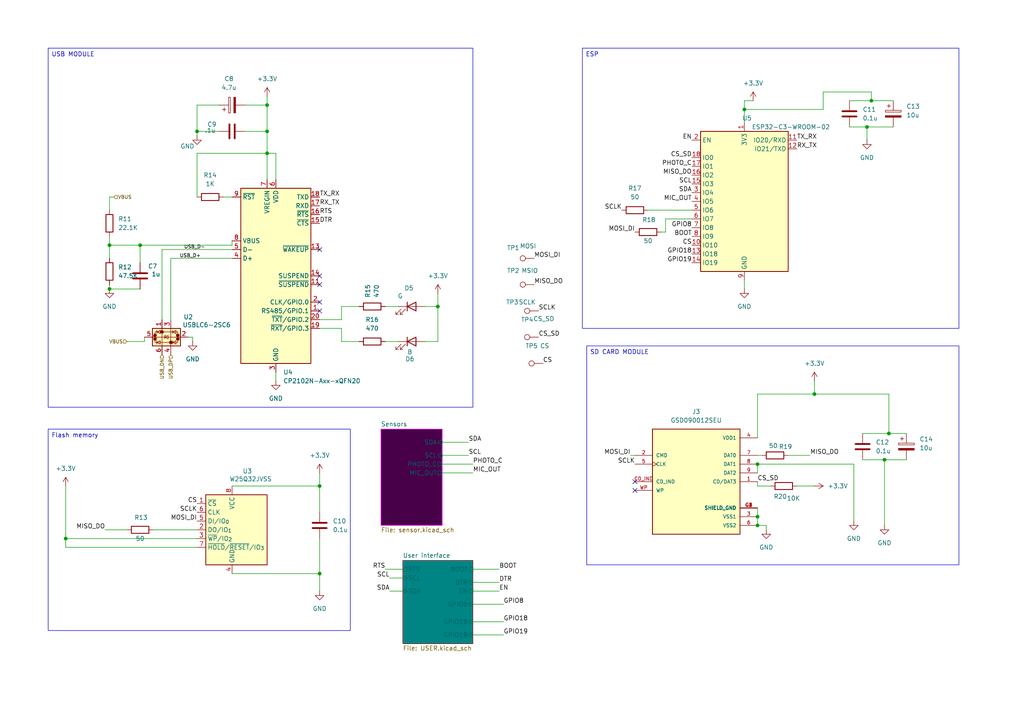
<source format=kicad_sch>
(kicad_sch (version 20250114) (generator "eeschema") (generator_version "9.0")
  (paper "A4")
  (lib_symbols
    (symbol "Connector:TestPoint" (pin_numbers (hide yes)) (pin_names (offset 0.762) (hide yes))
      (property "Reference" "TP" (at 0 6.858 0))
      (property "Value" "TestPoint" (at 0 5.08 0))
      (symbol "TestPoint_0_1"
        (circle (center 0 3.302) (radius 0.762))
      )
      (symbol "TestPoint_1_1"
        (pin passive line (at 0 0 90) (length 2.54) (name "1") (number "1"))
      )
    )
    (symbol "Device:C" (pin_numbers (hide yes)) (pin_names (offset 0.254))
      (property "Reference" "C" (at 0.635 2.54 0))
      (property "Value" "C" (at 0.635 -2.54 0))
      (symbol "C_0_1"
        (polyline (pts (xy -2.032 0.762) (xy 2.032 0.762)) (stroke (width 0.508)))
        (polyline (pts (xy -2.032 -0.762) (xy 2.032 -0.762)) (stroke (width 0.508)))
      )
      (symbol "C_1_1"
        (pin passive line (at 0 3.81 270) (length 2.794) (name "~") (number "1"))
        (pin passive line (at 0 -3.81 90) (length 2.794) (name "~") (number "2"))
      )
    )
    (symbol "Device:C_Polarized" (pin_numbers (hide yes)) (pin_names (offset 0.254))
      (property "Reference" "C" (at 0.635 2.54 0))
      (property "Value" "C_Polarized" (at 0.635 -2.54 0))
      (symbol "C_Polarized_0_1"
        (rectangle (start -2.286 0.508) (end 2.286 1.016))
        (polyline (pts (xy -1.778 2.286) (xy -0.762 2.286)))
        (polyline (pts (xy -1.27 2.794) (xy -1.27 1.778)))
        (rectangle (start 2.286 -0.508) (end -2.286 -1.016) (fill (type outline)))
      )
      (symbol "C_Polarized_1_1"
        (pin passive line (at 0 3.81 270) (length 2.794) (name "~") (number "1"))
        (pin passive line (at 0 -3.81 90) (length 2.794) (name "~") (number "2"))
      )
    )
    (symbol "Device:LED" (pin_numbers (hide yes)) (pin_names (offset 1.016) (hide yes))
      (property "Reference" "D" (at 0 2.54 0))
      (property "Value" "LED" (at 0 -2.54 0))
      (symbol "LED_0_1"
        (polyline (pts (xy -3.048 -0.762) (xy -4.572 -2.286) (xy -3.81 -2.286) (xy -4.572 -2.286) (xy -4.572 -1.524)))
        (polyline (pts (xy -1.778 -0.762) (xy -3.302 -2.286) (xy -2.54 -2.286) (xy -3.302 -2.286) (xy -3.302 -1.524)))
        (polyline (pts (xy -1.27 0) (xy 1.27 0)))
        (polyline (pts (xy -1.27 -1.27) (xy -1.27 1.27)) (stroke (width 0.254)))
        (polyline (pts (xy 1.27 -1.27) (xy 1.27 1.27) (xy -1.27 0) (xy 1.27 -1.27)) (stroke (width 0.254)))
      )
      (symbol "LED_1_1"
        (pin passive line (at -3.81 0 0) (length 2.54) (name "K") (number "1"))
        (pin passive line (at 3.81 0 180) (length 2.54) (name "A") (number "2"))
      )
    )
    (symbol "Device:R" (pin_numbers (hide yes)) (pin_names (offset 0))
      (property "Reference" "R" (at 2.032 0 90))
      (property "Value" "R" (at 0 0 90))
      (symbol "R_0_1"
        (rectangle (start -1.016 -2.54) (end 1.016 2.54) (stroke (width 0.254)))
      )
      (symbol "R_1_1"
        (pin passive line (at 0 3.81 270) (length 1.27) (name "~") (number "1"))
        (pin passive line (at 0 -3.81 90) (length 1.27) (name "~") (number "2"))
      )
    )
    (symbol "GSD090012SEU:GSD090012SEU" (pin_names (offset 1.016))
      (property "Reference" "J" (at -12.7 16.002 0))
      (property "Value" "GSD090012SEU" (at -12.7 -17.78 0))
      (symbol "GSD090012SEU_0_0"
        (rectangle (start -12.7 -15.24) (end 12.7 15.24) (stroke (width 0.254)) (fill (type background)))
        (pin bidirectional line (at -17.78 7.62 0) (length 5.08) (name "CMD") (number "2"))
        (pin bidirectional clock (at -17.78 5.08 0) (length 5.08) (name "CLK") (number "5"))
        (pin passive line (at -17.78 0 0) (length 5.08) (name "CD_IND") (number "CD_IND"))
        (pin passive line (at -17.78 -2.54 0) (length 5.08) (name "WP") (number "WP"))
        (pin power_in line (at 17.78 12.7 180) (length 5.08) (name "VDD1") (number "4"))
        (pin bidirectional line (at 17.78 7.62 180) (length 5.08) (name "DAT0") (number "7"))
        (pin bidirectional line (at 17.78 5.08 180) (length 5.08) (name "DAT1") (number "8"))
        (pin bidirectional line (at 17.78 2.54 180) (length 5.08) (name "DAT2") (number "9"))
        (pin bidirectional line (at 17.78 0 180) (length 5.08) (name "CD/DAT3") (number "1"))
        (pin power_in line (at 17.78 -7.62 180) (length 5.08) (name "SHIELD_GND") (number "G1"))
        (pin power_in line (at 17.78 -7.62 180) (length 5.08) (name "SHIELD_GND") (number "G2"))
        (pin power_in line (at 17.78 -7.62 180) (length 5.08) (name "SHIELD_GND") (number "G3"))
        (pin power_in line (at 17.78 -7.62 180) (length 5.08) (name "SHIELD_GND") (number "G4"))
        (pin power_in line (at 17.78 -10.16 180) (length 5.08) (name "VSS1") (number "3"))
        (pin power_in line (at 17.78 -12.7 180) (length 5.08) (name "VSS2") (number "6"))
      )
    )
    (symbol "Interface_USB:CP2102N-Axx-xQFN20"
      (property "Reference" "U" (at -8.89 26.67 0))
      (property "Value" "CP2102N-Axx-xQFN20" (at 12.7 26.67 0))
      (symbol "CP2102N-Axx-xQFN20_0_1"
        (rectangle (start -10.16 25.4) (end 10.16 -25.4) (stroke (width 0.254)) (fill (type background)))
      )
      (symbol "CP2102N-Axx-xQFN20_1_1"
        (pin input line (at -12.7 22.86 0) (length 2.54) (name "~{RST}") (number "9"))
        (pin input line (at -12.7 10.16 0) (length 2.54) (name "VBUS") (number "8"))
        (pin bidirectional line (at -12.7 7.62 0) (length 2.54) (name "D-") (number "5"))
        (pin bidirectional line (at -12.7 5.08 0) (length 2.54) (name "D+") (number "4"))
        (pin no_connect line (at -10.16 -22.86 0) (length 2.54) (hide yes) (name "NC") (number "10"))
        (pin power_in line (at -2.54 27.94 270) (length 2.54) (name "VREGIN") (number "7"))
        (pin power_in line (at 0 27.94 270) (length 2.54) (name "VDD") (number "6"))
        (pin passive line (at 0 -27.94 90) (length 2.54) (hide yes) (name "GND") (number "12"))
        (pin passive line (at 0 -27.94 90) (length 2.54) (hide yes) (name "GND") (number "21"))
        (pin power_in line (at 0 -27.94 90) (length 2.54) (name "GND") (number "3"))
        (pin output line (at 12.7 22.86 180) (length 2.54) (name "TXD") (number "18"))
        (pin input line (at 12.7 20.32 180) (length 2.54) (name "RXD") (number "17"))
        (pin output line (at 12.7 17.78 180) (length 2.54) (name "~{RTS}") (number "16"))
        (pin input line (at 12.7 15.24 180) (length 2.54) (name "~{CTS}") (number "15"))
        (pin input line (at 12.7 7.62 180) (length 2.54) (name "~{WAKEUP}") (number "13"))
        (pin output line (at 12.7 0 180) (length 2.54) (name "SUSPEND") (number "14"))
        (pin output line (at 12.7 -2.54 180) (length 2.54) (name "~{SUSPEND}") (number "11"))
        (pin bidirectional line (at 12.7 -7.62 180) (length 2.54) (name "CLK/GPIO.0") (number "2"))
        (pin bidirectional line (at 12.7 -10.16 180) (length 2.54) (name "RS485/GPIO.1") (number "1"))
        (pin bidirectional line (at 12.7 -12.7 180) (length 2.54) (name "~{TXT}/GPIO.2") (number "20"))
        (pin bidirectional line (at 12.7 -15.24 180) (length 2.54) (name "~{RXT}/GPIO.3") (number "19"))
      )
    )
    (symbol "Memory_Flash:W25Q32JVSS"
      (property "Reference" "U" (at -6.35 11.43 0))
      (property "Value" "W25Q32JVSS" (at 7.62 11.43 0))
      (symbol "W25Q32JVSS_0_1"
        (rectangle (start -7.62 10.16) (end 10.16 -10.16) (stroke (width 0.254)) (fill (type background)))
      )
      (symbol "W25Q32JVSS_1_1"
        (pin input line (at -10.16 7.62 0) (length 2.54) (name "~{CS}") (number "1"))
        (pin input line (at -10.16 5.08 0) (length 2.54) (name "CLK") (number "6"))
        (pin bidirectional line (at -10.16 2.54 0) (length 2.54) (name "DI/IO_{0}") (number "5"))
        (pin bidirectional line (at -10.16 0 0) (length 2.54) (name "DO/IO_{1}") (number "2"))
        (pin bidirectional line (at -10.16 -2.54 0) (length 2.54) (name "~{WP}/IO_{2}") (number "3"))
        (pin bidirectional line (at -10.16 -5.08 0) (length 2.54) (name "~{HOLD}/~{RESET}/IO_{3}") (number "7"))
        (pin power_in line (at 0 12.7 270) (length 2.54) (name "VCC") (number "8"))
        (pin power_in line (at 0 -12.7 90) (length 2.54) (name "GND") (number "4"))
      )
    )
    (symbol "Power_Protection:USBLC6-2SC6" (pin_names (hide yes))
      (property "Reference" "U" (at 0.635 5.715 0))
      (property "Value" "USBLC6-2SC6" (at 0.635 3.81 0))
      (symbol "USBLC6-2SC6_0_0"
        (circle (center -1.524 0) (radius 0.0001) (stroke (width 0.508)))
        (circle (center -0.508 2.032) (radius 0.0001) (stroke (width 0.508)))
        (circle (center -0.508 -4.572) (radius 0.0001) (stroke (width 0.508)))
        (circle (center 0.508 2.032) (radius 0.0001) (stroke (width 0.508)))
        (circle (center 0.508 -4.572) (radius 0.0001) (stroke (width 0.508)))
        (circle (center 1.524 -2.54) (radius 0.0001) (stroke (width 0.508)))
      )
      (symbol "USBLC6-2SC6_0_1"
        (polyline (pts (xy -2.54 0) (xy 2.54 0)))
        (polyline (pts (xy -2.54 -2.54) (xy 2.54 -2.54)))
        (polyline (pts (xy -2.032 0.508) (xy -1.016 0.508) (xy -1.524 1.524) (xy -2.032 0.508)))
        (polyline (pts (xy -2.032 -3.048) (xy -1.016 -3.048)))
        (polyline (pts (xy -1.016 1.524) (xy -2.032 1.524)))
        (polyline (pts (xy -1.016 -4.064) (xy -2.032 -4.064) (xy -1.524 -3.048) (xy -1.016 -4.064)))
        (polyline (pts (xy -0.508 -1.143) (xy -0.508 -0.762) (xy 0.508 -0.762)))
        (polyline (pts (xy 0 2.54) (xy -0.508 2.032) (xy 0.508 2.032) (xy 0 1.524) (xy 0 -4.064) (xy -0.508 -4.572) (xy 0.508 -4.572) (xy 0 -5.08)))
        (polyline (pts (xy 0.508 -1.778) (xy -0.508 -1.778) (xy 0 -0.762) (xy 0.508 -1.778)))
        (polyline (pts (xy 1.016 1.524) (xy 2.032 1.524)))
        (polyline (pts (xy 1.016 -3.048) (xy 2.032 -3.048)))
        (polyline (pts (xy 2.032 0.508) (xy 1.016 0.508) (xy 1.524 1.524) (xy 2.032 0.508)))
        (polyline (pts (xy 2.032 -4.064) (xy 1.016 -4.064) (xy 1.524 -3.048) (xy 2.032 -4.064)))
      )
      (symbol "USBLC6-2SC6_1_1"
        (rectangle (start -2.54 2.794) (end 2.54 -5.334) (stroke (width 0.254)) (fill (type background)))
        (polyline (pts (xy -0.508 2.032) (xy -1.524 2.032) (xy -1.524 -4.572) (xy -0.508 -4.572)))
        (polyline (pts (xy 0.508 -4.572) (xy 1.524 -4.572) (xy 1.524 2.032) (xy 0.508 2.032)))
        (pin passive line (at -5.08 0 0) (length 2.54) (name "I/O1") (number "1"))
        (pin passive line (at -5.08 -2.54 0) (length 2.54) (name "I/O2") (number "3"))
        (pin passive line (at 0 5.08 270) (length 2.54) (name "VBUS") (number "5"))
        (pin passive line (at 0 -7.62 90) (length 2.54) (name "GND") (number "2"))
        (pin passive line (at 5.08 0 180) (length 2.54) (name "I/O1") (number "6"))
        (pin passive line (at 5.08 -2.54 180) (length 2.54) (name "I/O2") (number "4"))
      )
    )
    (symbol "RF_Module:ESP32-C3-WROOM-02"
      (property "Reference" "U" (at -12.192 21.336 0))
      (property "Value" "ESP32-C3-WROOM-02" (at 12.192 21.336 0))
      (symbol "ESP32-C3-WROOM-02_1_1"
        (rectangle (start -12.7 20.32) (end 12.7 -20.32) (stroke (width 0.254)) (fill (type background)))
        (pin input line (at -15.24 17.78 0) (length 2.54) (name "EN") (number "2"))
        (pin bidirectional line (at -15.24 12.7 0) (length 2.54) (name "IO0") (number "18"))
        (pin bidirectional line (at -15.24 10.16 0) (length 2.54) (name "IO1") (number "17"))
        (pin bidirectional line (at -15.24 7.62 0) (length 2.54) (name "IO2") (number "16"))
        (pin bidirectional line (at -15.24 5.08 0) (length 2.54) (name "IO3") (number "15"))
        (pin bidirectional line (at -15.24 2.54 0) (length 2.54) (name "IO4") (number "3"))
        (pin bidirectional line (at -15.24 0 0) (length 2.54) (name "IO5") (number "4"))
        (pin bidirectional line (at -15.24 -2.54 0) (length 2.54) (name "IO6") (number "5"))
        (pin bidirectional line (at -15.24 -5.08 0) (length 2.54) (name "IO7") (number "6"))
        (pin bidirectional line (at -15.24 -7.62 0) (length 2.54) (name "IO8") (number "7"))
        (pin bidirectional line (at -15.24 -10.16 0) (length 2.54) (name "IO9") (number "8"))
        (pin bidirectional line (at -15.24 -12.7 0) (length 2.54) (name "IO10") (number "10"))
        (pin bidirectional line (at -15.24 -15.24 0) (length 2.54) (name "IO18") (number "13"))
        (pin bidirectional line (at -15.24 -17.78 0) (length 2.54) (name "IO19") (number "14"))
        (pin power_in line (at 0 22.86 270) (length 2.54) (name "3V3") (number "1"))
        (pin passive line (at 0 -22.86 90) (length 2.54) (hide yes) (name "GND") (number "19"))
        (pin power_in line (at 0 -22.86 90) (length 2.54) (name "GND") (number "9"))
        (pin bidirectional line (at 15.24 17.78 180) (length 2.54) (name "IO20/RXD") (number "11"))
        (pin bidirectional line (at 15.24 15.24 180) (length 2.54) (name "IO21/TXD") (number "12"))
      )
    )
    (symbol "power:+3.3V" (power) (pin_numbers (hide yes)) (pin_names (offset 0) (hide yes))
      (property "Value" "+3.3V" (at 0 3.556 0))
      (symbol "+3.3V_0_1"
        (polyline (pts (xy -0.762 1.27) (xy 0 2.54)))
        (polyline (pts (xy 0 2.54) (xy 0.762 1.27)))
        (polyline (pts (xy 0 0) (xy 0 2.54)))
      )
      (symbol "+3.3V_1_1"
        (pin power_in line (at 0 0 90) (length 0) (name "~") (number "1"))
      )
    )
    (symbol "power:GND" (power) (pin_numbers (hide yes)) (pin_names (offset 0) (hide yes))
      (property "Value" "GND" (at 0 -3.81 0))
      (symbol "GND_0_1"
        (polyline (pts (xy 0 0) (xy 0 -1.27) (xy 1.27 -1.27) (xy 0 -2.54) (xy -1.27 -1.27) (xy 0 -1.27)))
      )
      (symbol "GND_1_1"
        (pin power_in line (at 0 0 270) (length 0) (name "~") (number "1"))
      )
    )
  )
  (text_box "SD CARD MODULE" (at 170.18 100.33 0) (size 107.95 63.5) (margins 0.9525 0.9525 0.9525 0.9525) (effects (font (size 1.27 1.27)) (justify left top)))
  (text_box "ESP" (at 168.91 13.97 0) (size 109.22 81.28) (margins 0.9525 0.9525 0.9525 0.9525) (effects (font (size 1.27 1.27)) (justify left top)))
  (text_box "Flash memory" (at 13.97 124.46 0) (size 87.63 58.42) (margins 0.9525 0.9525 0.9525 0.9525) (effects (font (size 1.27 1.27)) (justify left top)))
  (text_box "USB MODULE" (at 13.97 13.97 0) (size 123.19 104.14) (margins 0.9525 0.9525 0.9525 0.9525) (effects (font (size 1.27 1.27)) (justify left top)))
  (junction (at 40.64 71.12))
  (junction (at 31.75 71.12))
  (junction (at 256.54 133.35))
  (junction (at 92.71 140.97))
  (junction (at 31.75 83.82))
  (junction (at 236.22 114.3))
  (junction (at 251.46 36.83))
  (junction (at 19.05 156.21))
  (junction (at 219.71 134.62))
  (junction (at 92.71 166.37))
  (junction (at 252.73 29.21))
  (junction (at 219.71 152.4))
  (junction (at 219.71 149.86))
  (junction (at 77.47 44.45))
  (junction (at 127 88.9))
  (junction (at 77.47 30.48))
  (junction (at 257.81 125.73))
  (junction (at 77.47 38.1))
  (junction (at 215.9 31.75))
  (junction (at 57.15 38.1))
  (no_connect (at 92.71 90.17))
  (no_connect (at 92.71 80.01))
  (no_connect (at 92.71 87.63))
  (no_connect (at 184.15 139.7))
  (no_connect (at 92.71 82.55))
  (no_connect (at 92.71 72.39))
  (no_connect (at 184.15 142.24))
  (wire (pts (xy 71.12 30.48) (xy 77.47 30.48)))
  (wire (pts (xy 57.15 38.1) (xy 57.15 39.37)))
  (wire (pts (xy 67.31 166.37) (xy 92.71 166.37)))
  (wire (pts (xy 99.06 92.71) (xy 99.06 88.9)))
  (wire (pts (xy 116.84 167.64) (xy 113.03 167.64)))
  (wire (pts (xy 92.71 166.37) (xy 92.71 171.45)))
  (wire (pts (xy 57.15 30.48) (xy 57.15 38.1)))
  (wire (pts (xy 80.01 44.45) (xy 77.47 44.45)))
  (wire (pts (xy 77.47 44.45) (xy 77.47 52.07)))
  (wire (pts (xy 80.01 52.07) (xy 80.01 44.45)))
  (wire (pts (xy 46.99 92.71) (xy 46.99 72.39)))
  (wire (pts (xy 222.25 153.67) (xy 222.25 152.4)))
  (wire (pts (xy 215.9 31.75) (xy 215.9 29.21)))
  (wire (pts (xy 252.73 26.67) (xy 252.73 29.21)))
  (wire (pts (xy 111.76 88.9) (xy 115.57 88.9)))
  (wire (pts (xy 193.04 67.31) (xy 193.04 63.5)))
  (wire (pts (xy 111.76 99.06) (xy 115.57 99.06)))
  (wire (pts (xy 57.15 57.15) (xy 57.15 44.45)))
  (wire (pts (xy 31.75 71.12) (xy 40.64 71.12)))
  (wire (pts (xy 187.96 60.96) (xy 200.66 60.96)))
  (wire (pts (xy 137.16 175.26) (xy 146.05 175.26)))
  (wire (pts (xy 92.71 92.71) (xy 99.06 92.71)))
  (wire (pts (xy 238.76 31.75) (xy 238.76 26.67)))
  (wire (pts (xy 54.61 97.79) (xy 55.88 97.79)))
  (wire (pts (xy 64.77 57.15) (xy 67.31 57.15)))
  (wire (pts (xy 251.46 36.83) (xy 251.46 40.64)))
  (wire (pts (xy 40.64 71.12) (xy 67.31 71.12)))
  (wire (pts (xy 250.19 125.73) (xy 257.81 125.73)))
  (wire (pts (xy 71.12 38.1) (xy 77.47 38.1)))
  (wire (pts (xy 92.71 166.37) (xy 92.71 156.21)))
  (wire (pts (xy 49.53 74.93) (xy 67.31 74.93)))
  (wire (pts (xy 67.31 71.12) (xy 67.31 69.85)))
  (wire (pts (xy 49.53 92.71) (xy 49.53 74.93)))
  (wire (pts (xy 193.04 63.5) (xy 200.66 63.5)))
  (wire (pts (xy 30.48 153.67) (xy 36.83 153.67)))
  (wire (pts (xy 57.15 44.45) (xy 77.47 44.45)))
  (wire (pts (xy 31.75 60.96) (xy 31.75 57.15)))
  (wire (pts (xy 215.9 35.56) (xy 215.9 31.75)))
  (wire (pts (xy 219.71 147.32) (xy 219.71 149.86)))
  (wire (pts (xy 219.71 137.16) (xy 219.71 134.62)))
  (wire (pts (xy 46.99 72.39) (xy 67.31 72.39)))
  (wire (pts (xy 256.54 133.35) (xy 256.54 152.4)))
  (wire (pts (xy 246.38 36.83) (xy 251.46 36.83)))
  (wire (pts (xy 238.76 26.67) (xy 252.73 26.67)))
  (wire (pts (xy 250.19 133.35) (xy 256.54 133.35)))
  (wire (pts (xy 247.65 134.62) (xy 247.65 151.13)))
  (wire (pts (xy 40.64 71.12) (xy 40.64 76.2)))
  (wire (pts (xy 92.71 137.16) (xy 92.71 140.97)))
  (wire (pts (xy 99.06 88.9) (xy 104.14 88.9)))
  (wire (pts (xy 127 85.09) (xy 127 88.9)))
  (wire (pts (xy 31.75 71.12) (xy 31.75 74.93)))
  (wire (pts (xy 99.06 95.25) (xy 99.06 99.06)))
  (wire (pts (xy 128.27 132.08) (xy 135.89 132.08)))
  (wire (pts (xy 219.71 127) (xy 219.71 114.3)))
  (wire (pts (xy 219.71 114.3) (xy 236.22 114.3)))
  (wire (pts (xy 44.45 153.67) (xy 57.15 153.67)))
  (wire (pts (xy 246.38 29.21) (xy 252.73 29.21)))
  (wire (pts (xy 57.15 156.21) (xy 19.05 156.21)))
  (wire (pts (xy 31.75 83.82) (xy 40.64 83.82)))
  (wire (pts (xy 111.76 165.1) (xy 116.84 165.1)))
  (wire (pts (xy 57.15 158.75) (xy 19.05 158.75)))
  (wire (pts (xy 77.47 27.94) (xy 77.47 30.48)))
  (wire (pts (xy 223.52 140.97) (xy 219.71 140.97)))
  (wire (pts (xy 31.75 82.55) (xy 31.75 83.82)))
  (wire (pts (xy 219.71 132.08) (xy 220.98 132.08)))
  (wire (pts (xy 137.16 171.45) (xy 144.78 171.45)))
  (wire (pts (xy 77.47 30.48) (xy 77.47 38.1)))
  (wire (pts (xy 128.27 134.62) (xy 137.16 134.62)))
  (wire (pts (xy 219.71 149.86) (xy 219.71 152.4)))
  (wire (pts (xy 257.81 114.3) (xy 257.81 125.73)))
  (wire (pts (xy 127 88.9) (xy 127 99.06)))
  (wire (pts (xy 191.77 67.31) (xy 193.04 67.31)))
  (wire (pts (xy 80.01 107.95) (xy 80.01 110.49)))
  (wire (pts (xy 31.75 57.15) (xy 33.02 57.15)))
  (wire (pts (xy 128.27 128.27) (xy 135.89 128.27)))
  (wire (pts (xy 219.71 134.62) (xy 247.65 134.62)))
  (wire (pts (xy 222.25 152.4) (xy 219.71 152.4)))
  (wire (pts (xy 77.47 38.1) (xy 77.47 44.45)))
  (wire (pts (xy 236.22 114.3) (xy 257.81 114.3)))
  (wire (pts (xy 251.46 36.83) (xy 259.08 36.83)))
  (wire (pts (xy 215.9 81.28) (xy 215.9 83.82)))
  (wire (pts (xy 63.5 30.48) (xy 57.15 30.48)))
  (wire (pts (xy 137.16 165.1) (xy 144.78 165.1)))
  (wire (pts (xy 228.6 132.08) (xy 234.95 132.08)))
  (wire (pts (xy 123.19 99.06) (xy 127 99.06)))
  (wire (pts (xy 215.9 31.75) (xy 238.76 31.75)))
  (wire (pts (xy 67.31 140.97) (xy 92.71 140.97)))
  (wire (pts (xy 31.75 68.58) (xy 31.75 71.12)))
  (wire (pts (xy 219.71 140.97) (xy 219.71 139.7)))
  (wire (pts (xy 256.54 133.35) (xy 262.89 133.35)))
  (wire (pts (xy 231.14 140.97) (xy 236.22 140.97)))
  (wire (pts (xy 19.05 140.97) (xy 19.05 156.21)))
  (wire (pts (xy 252.73 29.21) (xy 259.08 29.21)))
  (wire (pts (xy 257.81 125.73) (xy 262.89 125.73)))
  (wire (pts (xy 57.15 38.1) (xy 63.5 38.1)))
  (wire (pts (xy 36.83 99.06) (xy 41.91 99.06)))
  (wire (pts (xy 236.22 110.49) (xy 236.22 114.3)))
  (wire (pts (xy 55.88 97.79) (xy 55.88 99.06)))
  (wire (pts (xy 215.9 29.21) (xy 218.44 29.21)))
  (wire (pts (xy 99.06 99.06) (xy 104.14 99.06)))
  (wire (pts (xy 92.71 140.97) (xy 92.71 148.59)))
  (wire (pts (xy 113.03 171.45) (xy 116.84 171.45)))
  (wire (pts (xy 123.19 88.9) (xy 127 88.9)))
  (wire (pts (xy 137.16 180.34) (xy 146.05 180.34)))
  (wire (pts (xy 19.05 156.21) (xy 19.05 158.75)))
  (wire (pts (xy 128.27 137.16) (xy 137.16 137.16)))
  (wire (pts (xy 137.16 184.15) (xy 146.05 184.15)))
  (wire (pts (xy 41.91 99.06) (xy 41.91 97.79)))
  (wire (pts (xy 184.15 132.08) (xy 182.88 132.08)))
  (wire (pts (xy 137.16 168.91) (xy 144.78 168.91)))
  (wire (pts (xy 92.71 95.25) (xy 99.06 95.25)))
  (label "GPIO8" (at 146.05 175.26 0))
  (label "GPIO8" (at 200.66 66.04 180))
  (label "MOSI_DI" (at 154.94 74.93 0))
  (label "SCLK" (at 180.34 60.96 180))
  (label "PHOTO_C" (at 200.66 48.26 180))
  (label "USB_D-" (at 53.34 72.39 0) (effects (font (size 1 1))))
  (label "SCL" (at 200.66 53.34 180))
  (label "DTR" (at 144.78 168.91 0))
  (label "RTS" (at 111.76 165.1 180))
  (label "DTR" (at 92.71 64.77 0))
  (label "EN" (at 200.66 40.64 180))
  (label "MOSI_DI" (at 182.88 132.08 180))
  (label "CS" (at 200.66 71.12 180))
  (label "GPIO18" (at 200.66 73.66 180))
  (label "SCLK" (at 57.15 148.59 180))
  (label "BOOT" (at 144.78 165.1 0))
  (label "MOSI_DI" (at 184.15 67.31 180))
  (label "GPIO18" (at 146.05 180.34 0))
  (label "RX_TX" (at 231.14 43.18 0))
  (label "CS_SD" (at 219.71 139.7 0))
  (label "RTS" (at 92.71 62.23 0))
  (label "CS" (at 57.15 146.05 180))
  (label "CS_SD" (at 200.66 45.72 180))
  (label "MOSI_DI" (at 57.15 151.13 180))
  (label "MIC_OUT" (at 200.66 58.42 180))
  (label "MISO_DO" (at 234.95 132.08 0))
  (label "SCLK" (at 156.21 90.17 0))
  (label "GPIO19" (at 146.05 184.15 0))
  (label "MISO_DO" (at 200.66 50.8 180))
  (label "BOOT" (at 200.66 68.58 180))
  (label "SDA" (at 135.89 128.27 0))
  (label "USB_D+" (at 52.07 74.93 0) (effects (font (size 1 1))))
  (label "SCL" (at 135.89 132.08 0))
  (label "MISO_DO" (at 30.48 153.67 180))
  (label "GPIO19" (at 200.66 76.2 180))
  (label "MISO_DO" (at 154.94 82.55 0))
  (label "TX_RX" (at 231.14 40.64 0))
  (label "PHOTO_C" (at 137.16 134.62 0))
  (label "CS" (at 157.48 105.41 0))
  (label "TX_RX" (at 92.71 57.15 0))
  (label "MIC_OUT" (at 137.16 137.16 0))
  (label "EN" (at 144.78 171.45 0))
  (label "RX_TX" (at 92.71 59.69 0))
  (label "SCL" (at 113.03 167.64 180))
  (label "SCLK" (at 184.15 134.62 180))
  (label "CS_SD" (at 156.21 97.79 0))
  (label "SDA" (at 200.66 55.88 180))
  (label "SDA" (at 113.03 171.45 180))
  (hierarchical_label "USB_DN" (shape input) (at 46.99 102.87 270) (effects (font (size 1 1))))
  (hierarchical_label "VBUS" (shape input) (at 33.02 57.15 0) (effects (font (size 1 1))))
  (hierarchical_label "USB_DP" (shape input) (at 49.53 102.87 270) (effects (font (size 1 1))))
  (hierarchical_label "VBUS" (shape input) (at 36.83 99.06 180) (effects (font (size 1 1))))
  (symbol (lib_id "Device:R") (at 224.79 132.08 90) (unit 1)
    (property "Reference" "R19" (at 227.838 129.54 90))
    (property "Value" "50" (at 224.282 129.286 90))
    (property "Footprint" "Resistor_SMD:R_0805_2012Metric_Pad1.20x1.40mm_HandSolder" (effects (hide yes)))
    (property "Description" "Resistor" (effects (hide yes)))
  )
  (symbol (lib_id "Device:R") (at 227.33 140.97 270) (unit 1)
    (property "Reference" "R20" (at 226.314 144.018 90))
    (property "Value" "10K" (at 230.124 144.526 90))
    (property "Footprint" "Resistor_SMD:R_0805_2012Metric_Pad1.20x1.40mm_HandSolder" (effects (hide yes)))
    (property "Description" "Resistor" (effects (hide yes)))
  )
  (symbol (lib_id "power:+3.3V") (at 236.22 110.49 0) (unit 1)
    (property "Reference" "#PWR0129" (effects (hide yes)))
    (property "Value" "+3.3V" (at 236.22 105.41 0))
    (property "Description" "Power symbol creates a global label with name \"+3.3V\"" (effects (hide yes)))
  )
  (symbol (lib_id "Connector:TestPoint") (at 154.94 74.93 90) (unit 1)
    (property "Reference" "TP1" (at 148.844 71.882 90))
    (property "Value" "MOSI" (at 153.162 71.374 90))
    (property "Footprint" "TestPoint:TestPoint_Pad_D1.0mm" (effects (hide yes)))
    (property "Description" "test point" (effects (hide yes)))
  )
  (symbol (lib_id "power:+3.3V") (at 19.05 140.97 0) (unit 1)
    (property "Reference" "#PWR0122" (effects (hide yes)))
    (property "Value" "+3.3V" (at 19.05 135.89 0))
    (property "Description" "Power symbol creates a global label with name \"+3.3V\"" (effects (hide yes)))
  )
  (symbol (lib_id "power:GND") (at 222.25 153.67 0) (unit 1)
    (property "Reference" "#PWR0130" (effects (hide yes)))
    (property "Value" "GND" (at 222.25 158.75 0))
    (property "Description" "Power symbol creates a global label with name \"GND\" , ground" (effects (hide yes)))
  )
  (symbol (lib_id "power:GND") (at 215.9 83.82 0) (unit 1)
    (property "Reference" "#PWR0134" (effects (hide yes)))
    (property "Value" "GND" (at 215.9 88.9 0))
    (property "Description" "Power symbol creates a global label with name \"GND\" , ground" (effects (hide yes)))
  )
  (symbol (lib_id "GSD090012SEU:GSD090012SEU") (at 201.93 139.7 0) (unit 1)
    (property "Reference" "J3" (at 201.93 119.38 0))
    (property "Value" "GSD090012SEU" (at 201.93 121.92 0))
    (property "Footprint" "GSD090012SEU:AMPHENOL_GSD090012SEU" (effects (hide yes)))
    (property "MF" "Amphenol" (effects (hide yes)))
    (property "MAXIMUM_PACKAGE_HEIGHT" "2.95mm" (effects (hide yes)))
    (property "Package" "None" (effects (hide yes)))
    (property "Price" "None" (effects (hide yes)))
    (property "Check_prices" "https://www.snapeda.com/parts/GSD090012SEU/Amphenol/view-part/?ref=eda" (effects (hide yes)))
    (property "STANDARD" "Manufacturer Recommendations" (effects (hide yes)))
    (property "PARTREV" "E" (effects (hide yes)))
    (property "SnapEDA_Link" "https://www.snapeda.com/parts/GSD090012SEU/Amphenol/view-part/?ref=snap" (effects (hide yes)))
    (property "MP" "GSD090012SEU" (effects (hide yes)))
    (property "Description_1" "Micro SD and SD Card Sockets, Input Output Connectors, SD Socket,9 Position,SMT" (effects (hide yes)))
    (property "Availability" "In Stock" (effects (hide yes)))
    (property "MANUFACTURER" "Amphenol" (effects (hide yes)))
  )
  (symbol (lib_id "Device:C") (at 246.38 33.02 0) (unit 1)
    (property "Reference" "C11" (at 250.19 31.7499 0) (effects (justify left)))
    (property "Value" "0.1u" (at 250.19 34.2899 0) (effects (justify left)))
    (property "Footprint" "Capacitor_SMD:C_0805_2012Metric" (effects (hide yes)))
    (property "Description" "Unpolarized capacitor" (effects (hide yes)))
  )
  (symbol (lib_id "power:GND") (at 55.88 99.06 0) (unit 1)
    (property "Reference" "#PWR0125" (effects (hide yes)))
    (property "Value" "GND" (at 55.88 104.14 0))
    (property "Description" "Power symbol creates a global label with name \"GND\" , ground" (effects (hide yes)))
  )
  (symbol (lib_id "Device:R") (at 107.95 88.9 90) (unit 1)
    (property "Reference" "R15" (at 106.6799 86.36 0) (effects (justify left)))
    (property "Value" "470" (at 109.2199 86.36 0) (effects (justify left)))
    (property "Footprint" "Resistor_SMD:R_0805_2012Metric_Pad1.20x1.40mm_HandSolder" (effects (hide yes)))
    (property "Description" "Resistor" (effects (hide yes)))
  )
  (symbol (lib_id "RF_Module:ESP32-C3-WROOM-02") (at 215.9 58.42 0) (unit 1)
    (property "Reference" "U5" (at 218.0433 34.29 0) (effects (justify right)))
    (property "Value" "ESP32-C3-WROOM-02" (at 218.0433 36.83 0) (effects (justify left)))
    (property "Footprint" "RF_Module:ESP32-C3-WROOM-02" (effects (hide yes)))
    (property "Datasheet" "https://www.espressif.com/sites/default/files/documentation/esp32-c3-wroom-02_datasheet_en.pdf" (effects (hide yes)))
    (property "Description" "802.11 b/g/n Wi­Fi and Bluetooth 5 module, ESP32­C3 SoC, RISC­V microprocessor, On-board antenna" (effects (hide yes)))
  )
  (symbol (lib_id "Device:R") (at 40.64 153.67 90) (unit 1)
    (property "Reference" "R13" (at 40.894 150.114 90))
    (property "Value" "50" (at 40.64 156.21 90))
    (property "Footprint" "Resistor_SMD:R_0805_2012Metric_Pad1.20x1.40mm_HandSolder" (effects (hide yes)))
    (property "Description" "Resistor" (effects (hide yes)))
  )
  (symbol (lib_id "Device:C_Polarized") (at 67.31 30.48 90) (unit 1)
    (property "Reference" "C8" (at 66.421 22.86 90))
    (property "Value" "4.7u" (at 66.421 25.4 90))
    (property "Footprint" "Capacitor_Tantalum_SMD:CP_EIA-2012-12_Kemet-R_HandSolder" (effects (hide yes)))
    (property "Description" "Polarized capacitor" (effects (hide yes)))
  )
  (symbol (lib_id "Power_Protection:USBLC6-2SC6") (at 46.99 97.79 90) (mirror x) (unit 1)
    (property "Reference" "U2" (at 54.61 91.948 90))
    (property "Value" "USBLC6-2SC6" (at 59.944 94.234 90))
    (property "Footprint" "Package_TO_SOT_SMD:SOT-23-6" (effects (hide yes)))
    (property "Datasheet" "https://www.st.com/resource/en/datasheet/usblc6-2.pdf" (effects (hide yes)))
    (property "Description" "Very low capacitance ESD protection diode, 2 data-line, SOT-23-6" (effects (hide yes)))
  )
  (symbol (lib_id "Device:R") (at 60.96 57.15 90) (unit 1)
    (property "Reference" "R14" (at 60.96 50.8 90))
    (property "Value" "1K" (at 60.96 53.34 90))
    (property "Footprint" "Resistor_SMD:R_0805_2012Metric_Pad1.20x1.40mm_HandSolder" (effects (hide yes)))
    (property "Description" "Resistor" (effects (hide yes)))
  )
  (symbol (lib_id "power:GND") (at 251.46 40.64 0) (unit 1)
    (property "Reference" "#PWR0136" (effects (hide yes)))
    (property "Value" "GND" (at 251.46 45.72 0))
    (property "Description" "Power symbol creates a global label with name \"GND\" , ground" (effects (hide yes)))
  )
  (symbol (lib_id "power:GND") (at 80.01 110.49 0) (unit 1)
    (property "Reference" "#PWR0124" (effects (hide yes)))
    (property "Value" "GND" (at 80.01 115.57 0))
    (property "Description" "Power symbol creates a global label with name \"GND\" , ground" (effects (hide yes)))
  )
  (symbol (lib_id "Device:LED") (at 119.38 88.9 0) (unit 1)
    (property "Reference" "D5" (at 118.618 83.566 0))
    (property "Value" "G" (at 116.078 85.852 0))
    (property "Footprint" "LED_SMD:LED_0805_2012Metric" (effects (hide yes)))
    (property "Description" "Light emitting diode" (effects (hide yes)))
    (property "Sim.Pins" "1=K 2=A" (effects (hide yes)))
  )
  (symbol (lib_id "power:GND") (at 256.54 152.4 0) (unit 1)
    (property "Reference" "#PWR0131" (effects (hide yes)))
    (property "Value" "GND" (at 256.54 157.48 0))
    (property "Description" "Power symbol creates a global label with name \"GND\" , ground" (effects (hide yes)))
  )
  (symbol (lib_id "Device:LED") (at 119.38 99.06 0) (unit 1)
    (property "Reference" "D6" (at 118.872 104.14 0))
    (property "Value" "B" (at 118.872 102.108 0))
    (property "Footprint" "LED_SMD:LED_0805_2012Metric" (effects (hide yes)))
    (property "Description" "Light emitting diode" (effects (hide yes)))
    (property "Sim.Pins" "1=K 2=A" (effects (hide yes)))
  )
  (symbol (lib_id "Device:R") (at 187.96 67.31 90) (unit 1)
    (property "Reference" "R18" (at 188.214 63.754 90))
    (property "Value" "50" (at 187.96 69.85 90))
    (property "Footprint" "Resistor_SMD:R_0805_2012Metric_Pad1.20x1.40mm_HandSolder" (effects (hide yes)))
    (property "Description" "Resistor" (effects (hide yes)))
  )
  (symbol (lib_id "Interface_USB:CP2102N-Axx-xQFN20") (at 80.01 80.01 0) (unit 1)
    (property "Reference" "U4" (at 82.1533 107.95 0) (effects (justify left)))
    (property "Value" "CP2102N-Axx-xQFN20" (at 82.1533 110.49 0) (effects (justify left)))
    (property "Footprint" "Package_DFN_QFN:SiliconLabs_QFN-20-1EP_3x3mm_P0.5mm_EP1.8x1.8mm" (effects (hide yes)))
    (property "Datasheet" "https://www.silabs.com/documents/public/data-sheets/cp2102n-datasheet.pdf" (effects (hide yes)))
    (property "Description" "USB to UART master bridge, QFN-20" (effects (hide yes)))
  )
  (symbol (lib_id "Connector:TestPoint") (at 156.21 97.79 90) (unit 1)
    (property "Reference" "TP4" (at 152.908 92.71 90))
    (property "Value" "CS_SD" (at 157.734 92.456 90))
    (property "Footprint" "TestPoint:TestPoint_Pad_D1.0mm" (effects (hide yes)))
    (property "Description" "test point" (effects (hide yes)))
  )
  (symbol (lib_id "power:+3.3V") (at 77.47 27.94 0) (unit 1)
    (property "Reference" "#PWR0127" (effects (hide yes)))
    (property "Value" "+3.3V" (at 77.47 22.86 0))
    (property "Description" "Power symbol creates a global label with name \"+3.3V\"" (effects (hide yes)))
  )
  (symbol (lib_id "Connector:TestPoint") (at 156.21 90.17 90) (unit 1)
    (property "Reference" "TP3" (at 148.59 87.63 90))
    (property "Value" "SCLK" (at 152.908 87.63 90))
    (property "Footprint" "TestPoint:TestPoint_Pad_D1.0mm" (effects (hide yes)))
    (property "Description" "test point" (effects (hide yes)))
  )
  (symbol (lib_id "Device:C") (at 92.71 152.4 0) (unit 1)
    (property "Reference" "C10" (at 96.52 151.1299 0) (effects (justify left)))
    (property "Value" "0.1u" (at 96.52 153.6699 0) (effects (justify left)))
    (property "Footprint" "Capacitor_SMD:C_0805_2012Metric" (effects (hide yes)))
    (property "Description" "Unpolarized capacitor" (effects (hide yes)))
  )
  (symbol (lib_id "Device:C_Polarized") (at 262.89 129.54 0) (unit 1)
    (property "Reference" "C14" (at 266.7 127.3809 0) (effects (justify left)))
    (property "Value" "10u" (at 266.7 129.9209 0) (effects (justify left)))
    (property "Footprint" "Capacitor_SMD:C_0805_2012Metric" (effects (hide yes)))
    (property "Description" "Polarized capacitor" (effects (hide yes)))
  )
  (symbol (lib_id "power:+3.3V") (at 218.44 29.21 0) (unit 1)
    (property "Reference" "#PWR0135" (effects (hide yes)))
    (property "Value" "+3.3V" (at 218.44 24.13 0))
    (property "Description" "Power symbol creates a global label with name \"+3.3V\"" (effects (hide yes)))
  )
  (symbol (lib_id "power:GND") (at 247.65 151.13 0) (unit 1)
    (property "Reference" "#PWR0132" (effects (hide yes)))
    (property "Value" "GND" (at 247.65 156.21 0))
    (property "Description" "Power symbol creates a global label with name \"GND\" , ground" (effects (hide yes)))
  )
  (symbol (lib_id "Device:R") (at 184.15 60.96 90) (unit 1)
    (property "Reference" "R17" (at 184.15 54.61 90))
    (property "Value" "50" (at 184.15 57.15 90))
    (property "Footprint" "Resistor_SMD:R_0805_2012Metric_Pad1.20x1.40mm_HandSolder" (effects (hide yes)))
    (property "Description" "Resistor" (effects (hide yes)))
  )
  (symbol (lib_id "power:GND") (at 92.71 171.45 0) (unit 1)
    (property "Reference" "#PWR0121" (effects (hide yes)))
    (property "Value" "GND" (at 92.71 176.53 0))
    (property "Description" "Power symbol creates a global label with name \"GND\" , ground" (effects (hide yes)))
  )
  (symbol (lib_id "Device:C_Polarized") (at 259.08 33.02 0) (unit 1)
    (property "Reference" "C13" (at 262.89 30.8609 0) (effects (justify left)))
    (property "Value" "10u" (at 262.89 33.4009 0) (effects (justify left)))
    (property "Footprint" "Capacitor_Tantalum_SMD:CP_EIA-2012-12_Kemet-R_HandSolder" (effects (hide yes)))
    (property "Description" "Polarized capacitor" (effects (hide yes)))
  )
  (symbol (lib_id "power:+3.3V") (at 236.22 140.97 270) (unit 1)
    (property "Reference" "#PWR0133" (effects (hide yes)))
    (property "Value" "+3.3V" (at 240.03 140.9699 90) (effects (justify left)))
    (property "Description" "Power symbol creates a global label with name \"+3.3V\"" (effects (hide yes)))
  )
  (symbol (lib_id "Device:R") (at 107.95 99.06 90) (unit 1)
    (property "Reference" "R16" (at 107.95 92.71 90))
    (property "Value" "470" (at 107.95 95.25 90))
    (property "Footprint" "Resistor_SMD:R_0805_2012Metric_Pad1.20x1.40mm_HandSolder" (effects (hide yes)))
    (property "Description" "Resistor" (effects (hide yes)))
  )
  (symbol (lib_id "power:+3.3V") (at 92.71 137.16 0) (unit 1)
    (property "Reference" "#PWR0120" (effects (hide yes)))
    (property "Value" "+3.3V" (at 92.71 132.08 0))
    (property "Description" "Power symbol creates a global label with name \"+3.3V\"" (effects (hide yes)))
  )
  (symbol (lib_id "power:GND") (at 31.75 83.82 0) (unit 1)
    (property "Reference" "#PWR0126" (effects (hide yes)))
    (property "Value" "GND" (at 31.75 88.9 0))
    (property "Description" "Power symbol creates a global label with name \"GND\" , ground" (effects (hide yes)))
  )
  (symbol (lib_id "Device:C") (at 67.31 38.1 90) (unit 1)
    (property "Reference" "C9" (at 61.468 36.068 90))
    (property "Value" ".1u" (at 60.96 37.846 90))
    (property "Footprint" "Capacitor_SMD:C_0805_2012Metric" (effects (hide yes)))
    (property "Description" "Unpolarized capacitor" (effects (hide yes)))
  )
  (symbol (lib_id "Device:C") (at 40.64 80.01 0) (unit 1)
    (property "Reference" "C7" (at 42.926 77.216 0) (effects (justify left)))
    (property "Value" "1u" (at 43.942 79.502 0) (effects (justify left)))
    (property "Footprint" "Capacitor_SMD:C_0805_2012Metric" (effects (hide yes)))
    (property "Description" "Unpolarized capacitor" (effects (hide yes)))
  )
  (symbol (lib_id "power:+3.3V") (at 127 85.09 0) (unit 1)
    (property "Reference" "#PWR0123" (effects (hide yes)))
    (property "Value" "+3.3V" (at 127 80.01 0))
    (property "Description" "Power symbol creates a global label with name \"+3.3V\"" (effects (hide yes)))
  )
  (symbol (lib_id "power:GND") (at 57.15 39.37 0) (unit 1)
    (property "Reference" "#PWR0128" (effects (hide yes)))
    (property "Value" "GND" (at 54.356 42.418 0))
    (property "Description" "Power symbol creates a global label with name \"GND\" , ground" (effects (hide yes)))
  )
  (symbol (lib_id "Device:R") (at 31.75 64.77 0) (unit 1)
    (property "Reference" "R11" (at 34.29 63.4999 0) (effects (justify left)))
    (property "Value" "22.1K" (at 34.29 66.0399 0) (effects (justify left)))
    (property "Footprint" "Resistor_SMD:R_0805_2012Metric_Pad1.20x1.40mm_HandSolder" (effects (hide yes)))
    (property "Description" "Resistor" (effects (hide yes)))
  )
  (symbol (lib_id "Device:C") (at 250.19 129.54 0) (unit 1)
    (property "Reference" "C12" (at 254 128.2699 0) (effects (justify left)))
    (property "Value" "0.1u" (at 254 130.8099 0) (effects (justify left)))
    (property "Footprint" "Capacitor_SMD:C_0805_2012Metric" (effects (hide yes)))
    (property "Description" "Unpolarized capacitor" (effects (hide yes)))
  )
  (symbol (lib_id "Memory_Flash:W25Q32JVSS") (at 67.31 153.67 0) (unit 1)
    (property "Reference" "U3" (at 70.358 136.652 0) (effects (justify left)))
    (property "Value" "W25Q32JVSS" (at 66.548 138.938 0) (effects (justify left)))
    (property "Footprint" "Package_SO:SOIC-8_5.3x5.3mm_P1.27mm" (effects (hide yes)))
    (property "Datasheet" "http://www.winbond.com/resource-files/w25q32jv%20revg%2003272018%20plus.pdf" (effects (hide yes)))
    (property "Description" "32Mbit / 4MiB Serial Flash Memory, Standard/Dual/Quad SPI, 2.7-3.6V, SOIC-8 (208 mil)" (effects (hide yes)))
  )
  (symbol (lib_id "Connector:TestPoint") (at 154.94 82.55 90) (unit 1)
    (property "Reference" "TP2" (at 148.844 78.486 90))
    (property "Value" "MSIO" (at 153.67 78.486 90))
    (property "Footprint" "TestPoint:TestPoint_Pad_D1.0mm" (effects (hide yes)))
    (property "Description" "test point" (effects (hide yes)))
  )
  (symbol (lib_id "Device:R") (at 31.75 78.74 0) (unit 1)
    (property "Reference" "R12" (at 34.29 77.4699 0) (effects (justify left)))
    (property "Value" "47.5K" (at 34.29 80.0099 0) (effects (justify left)))
    (property "Footprint" "Resistor_SMD:R_0805_2012Metric_Pad1.20x1.40mm_HandSolder" (effects (hide yes)))
    (property "Description" "Resistor" (effects (hide yes)))
  )
  (symbol (lib_id "Connector:TestPoint") (at 157.48 105.41 90) (unit 1)
    (property "Reference" "TP5" (at 154.178 100.33 90))
    (property "Value" "CS" (at 157.988 100.33 90))
    (property "Footprint" "TestPoint:TestPoint_Pad_D1.0mm" (effects (hide yes)))
    (property "Description" "test point" (effects (hide yes)))
  )
  (sheet (at 116.84 162.56) (size 20.32 24.13) (stroke (width 0.1524)) (fill (color 0 132 132 1.0000))
    (property "Sheetname" "User interface" (at 116.84 161.8484 0) (effects (justify left bottom)))
    (property "Sheetfile" "USER.kicad_sch" (at 116.84 187.2746 0) (effects (justify left top)))
    (pin "BOOT" input (at 137.16 165.1 0))
    (pin "DTR" bidirectional (at 137.16 168.91 0))
    (pin "EN" input (at 137.16 171.45 0))
    (pin "GPIO8" bidirectional (at 137.16 175.26 0))
    (pin "GPIO18" bidirectional (at 137.16 180.34 0))
    (pin "GPIO19" bidirectional (at 137.16 184.15 0))
    (pin "RTS" output (at 116.84 165.1 180))
    (pin "SCL" bidirectional (at 116.84 167.64 180))
    (pin "SDA" bidirectional (at 116.84 171.45 180))
  )
  (sheet (at 110.49 124.46) (size 17.78 27.94) (stroke (width 0.1524) (color 255 0 255 1)) (fill (color 72 0 72 1.0000))
    (property "Sheetname" "Sensors" (at 110.49 123.7484 0) (effects (justify left bottom)))
    (property "Sheetfile" "sensor.kicad_sch" (at 110.49 152.9846 0) (effects (justify left top)))
    (pin "SCL" input (at 128.27 132.08 0))
    (pin "SDA" input (at 128.27 128.27 0))
    (pin "MIC_OUT" output (at 128.27 137.16 0))
    (pin "PHOTO_C" output (at 128.27 134.62 0))
  )
)
</source>
